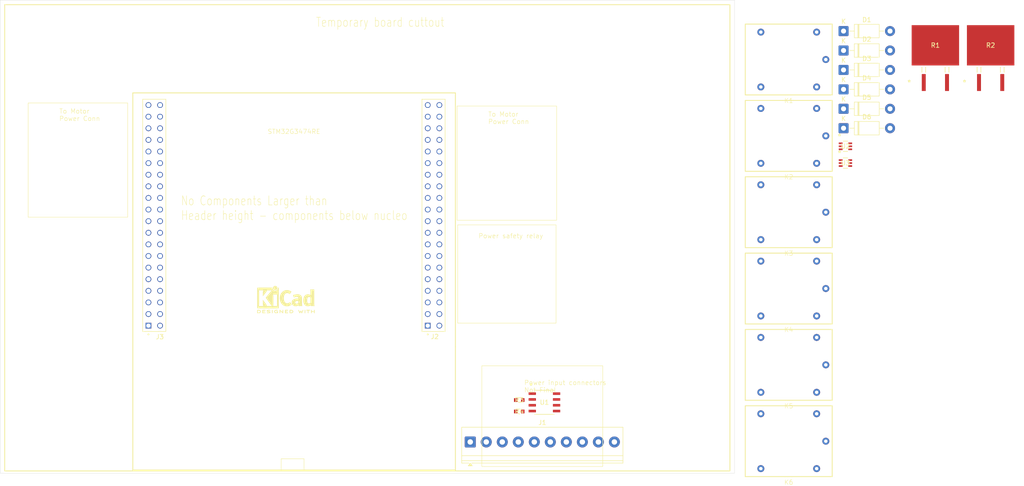
<source format=kicad_pcb>
(kicad_pcb (version 20241229) (generator "pcbnew") (generator_version "9.0")
  (layers (0 "F.Cu" signal) (4 "In1.Cu" power) (6 "In2.Cu" power) (8 "In3.Cu" power) (10 "In4.Cu" power) (2 "B.Cu" signal) (13 "F.Paste" user) (15 "B.Paste" user) (5 "F.SilkS" user "F.Silkscreen") (7 "B.SilkS" user "B.Silkscreen") (1 "F.Mask" user) (3 "B.Mask" user) (25 "Edge.Cuts" user))
  (net 0 "")
  (net 1 "GND")
  (net 2 "+5V")
  (net 3 "/PA0")
  (net 4 "/PF0")
  (net 7 "/PB8")
  (net 8 "/PA13")
  (net 10 "/PC0")
  (net 12 "/PC12")
  (net 13 "/Vin")
  (net 14 "/IOREF")
  (net 15 "/PC14")
  (net 16 "/PB7")
  (net 17 "/VDD")
  (net 18 "/PA4")
  (net 19 "/PB0")
  (net 20 "/PC2")
  (net 21 "/PD2")
  (net 22 "/PC1")
  (net 23 "/E5V")
  (net 24 "/PC3")
  (net 25 "/PF1")
  (net 26 "/PA1")
  (net 27 "+3.3V")
  (net 28 "/PC13")
  (net 29 "/PA15")
  (net 30 "/PC11")
  (net 31 "/PA14")
  (net 32 "/PC15")
  (net 33 "/PC10")
  (net 34 "+BATT")
  (net 40 "/PB10")
  (net 41 "/PA11")
  (net 42 "/PA8")
  (net 43 "/PA12")
  (net 44 "/PA10")
  (net 45 "/PA6")
  (net 46 "/PB15")
  (net 47 "/PA9")
  (net 48 "/PC7")
  (net 49 "/PB6")
  (net 50 "/AGND")
  (net 51 "/PB12")
  (net 52 "/PC5")
  (net 53 "/PB11")
  (net 54 "/PB9")
  (net 55 "/PA5")
  (net 56 "/PC9")
  (net 57 "/VREFP")
  (net 58 "/5V_USB_CHGR")
  (net 59 "/PC8")
  (net 60 "/PB13")
  (net 61 "/PC4")
  (net 62 "/PB1")
  (net 63 "/PB2")
  (net 64 "/PB3")
  (net 65 "/PA7")
  (net 66 "/PB5")
  (net 67 "/PC6")
  (net 68 "/PB4")
  (net 69 "/PB14")
  (net 70 "/Placeholder3")
  (net 71 "/Placeholder1")
  (net 72 "/Placeholder2")
  (net 73 "+12V")
  (net 74 "/Placeholder4")
  (net 75 "+48V")
  (net 79 "Net-(R1-Pad1)")
  (net 80 "Net-(R2-Pad1)")
  (net 81 "/S5_Motor1")
  (net 82 "/S5_Motor2")
  (net 83 "/ActuatorCTRL/K1Ctrl")
  (net 84 "/ActuatorCTRL/K2Ctrl")
  (net 85 "/ActuatorCTRL/K34Ctrl")
  (net 86 "/ActuatorCTRL/K56Ctrl")
  (net 87 "/ActuatorCTRL/Actuator1_Power")
  (net 90 "/ActuatorCTRL/Actuator2_Power")
  (net 91 "/ActuatorCTRL/Actuator1Pos")
  (net 92 "/ActuatorCTRL/Actuator1Neg")
  (net 93 "/ActuatorCTRL/Actuator2Pos")
  (net 94 "/ActuatorCTRL/Actuator2Neg")
  (net 95 "/ActuatorCTRL/GPIO1")
  (net 96 "/ActuatorCTRL/GPIO2")
  (net 97 "/ActuatorCTRL/GPIO3")
  (net 98 "/ActuatorCTRL/GPIO4")
  (footprint "Diode_THT:D_DO-41_SOD81_P10.16mm_Horizontal" (layer "F.Cu") (at 238.875 82.775)
    (property "Reference" "D5" (at 5.08 -2.47 0) (layer "F.SilkS"))
    (property "Value" "1N4001")
    (fp_text user "K" (at 0 -2.1 0) (layer "F.SilkS"))
    (pad "1" thru_hole roundrect (at 0 0) (size 2.2 2.2) (drill 1.1) (layers "*.Cu" "*.Mask") (roundrect_rratio 0.113636) (net 73 "+12V"))
    (pad "2" thru_hole circle (at 10.16 0) (size 2.2 2.2) (drill 1.1) (layers "*.Cu" "*.Mask") (net 86 "/ActuatorCTRL/K56Ctrl"))
  )
  (footprint "Custom:RES_TDH50_OHM" (layer "F.Cu") (at 258.9472 68.8871)
    (property "Reference" "R1" (at 0 0 0) (layer "F.SilkS"))
    (property "Value" "TDH50H1R00FE-TR")
    (fp_text user "*" (at -5.715 8.1407 0) (layer "F.SilkS"))
    (fp_text user "*" (at -5.715 8.1407 0) (layer "F.SilkS"))
    (pad "1" smd rect (at -2.54 8.1407) (size 0.8636 3.7084) (layers "F.Cu" "F.Mask" "F.Paste") (net 79 "Net-(R1-Pad1)"))
    (pad "2" smd rect (at 2.54 8.1407) (size 0.8636 3.7084) (layers "F.Cu" "F.Mask" "F.Paste") (net 75 "+48V"))
    (pad "3" smd rect (at 0 0) (size 10.3632 8.8138) (layers "F.Cu" "F.Mask" "F.Paste"))
  )
  (footprint "J1071CS12VDC.36:J1071CS12VDC.36" (layer "F.Cu") (at 226.9 155.5)
    (property "Reference" "K6" (at 0 9 0) (layer "F.SilkS") (effects (font (thickness 0.1))))
    (property "Value" "~")
    (pad "1" thru_hole circle (at -6.1 -6) (size 1.524 1.524) (drill 0.762) (layers "*.Cu" "*.Mask") (net 90 "/ActuatorCTRL/Actuator2_Power"))
    (pad "2" thru_hole circle (at 6.1 -6) (size 1.524 1.524) (drill 0.762) (layers "*.Cu" "*.Mask") (net 73 "+12V"))
    (pad "3" thru_hole circle (at -6.1 6) (size 1.524 1.524) (drill 0.762) (layers "*.Cu" "*.Mask") (net 1 "GND"))
    (pad "4" thru_hole circle (at 8.1 0) (size 1.524 1.524) (drill 0.762) (layers "*.Cu" "*.Mask") (net 94 "/ActuatorCTRL/Actuator2Neg"))
    (pad "5" thru_hole circle (at 6.1 6) (size 1.524 1.524) (drill 0.762) (layers "*.Cu" "*.Mask") (net 86 "/ActuatorCTRL/K56Ctrl"))
  )
  (footprint "Diode_THT:D_DO-41_SOD81_P10.16mm_Horizontal" (layer "F.Cu") (at 238.875 70.025)
    (property "Reference" "D2" (at 5.08 -2.47 0) (layer "F.SilkS"))
    (property "Value" "1N4001")
    (fp_text user "K" (at 0 -2.1 0) (layer "F.SilkS"))
    (pad "1" thru_hole roundrect (at 0 0) (size 2.2 2.2) (drill 1.1) (layers "*.Cu" "*.Mask") (roundrect_rratio 0.113636) (net 73 "+12V"))
    (pad "2" thru_hole circle (at 10.16 0) (size 2.2 2.2) (drill 1.1) (layers "*.Cu" "*.Mask") (net 84 "/ActuatorCTRL/K2Ctrl"))
  )
  (footprint "Diode_THT:D_DO-41_SOD81_P10.16mm_Horizontal" (layer "F.Cu") (at 238.875 87.025)
    (property "Reference" "D6" (at 5.08 -2.47 0) (layer "F.SilkS"))
    (property "Value" "1N4001")
    (fp_text user "K" (at 0 -2.1 0) (layer "F.SilkS"))
    (pad "1" thru_hole roundrect (at 0 0) (size 2.2 2.2) (drill 1.1) (layers "*.Cu" "*.Mask") (roundrect_rratio 0.113636) (net 73 "+12V"))
    (pad "2" thru_hole circle (at 10.16 0) (size 2.2 2.2) (drill 1.1) (layers "*.Cu" "*.Mask") (net 86 "/ActuatorCTRL/K56Ctrl"))
  )
  (footprint "Custom:RES_TDH50_OHM" (layer "F.Cu") (at 271.0216 68.8871)
    (property "Reference" "R2" (at 0 0 0) (layer "F.SilkS"))
    (property "Value" "TDH50H1R00FE-TR")
    (fp_text user "*" (at -5.715 8.1407 0) (layer "F.SilkS"))
    (fp_text user "*" (at -5.715 8.1407 0) (layer "F.SilkS"))
    (pad "1" smd rect (at -2.54 8.1407) (size 0.8636 3.7084) (layers "F.Cu" "F.Mask" "F.Paste") (net 80 "Net-(R2-Pad1)"))
    (pad "2" smd rect (at 2.54 8.1407) (size 0.8636 3.7084) (layers "F.Cu" "F.Mask" "F.Paste") (net 75 "+48V"))
    (pad "3" smd rect (at 0 0) (size 10.3632 8.8138) (layers "F.Cu" "F.Mask" "F.Paste"))
  )
  (footprint "Custom:SOT-363   US6_TOS" (layer "F.Cu") (at 239.2907 94.6505)
    (property "Reference" "U3" (at 0 0 0) (layer "F.SilkS"))
    (property "Value" "SSM6N7002KFU_LF")
    (fp_text user "*" (at -1.2954 -2.1486 0) (layer "F.SilkS"))
    (fp_text user "*" (at -1.2954 -2.1486 0) (layer "F.SilkS"))
    (pad "1" smd rect (at -1.0414 -0.649999) (size 0.8382 0.3556) (layers "F.Cu" "F.Mask" "F.Paste") (net 1 "GND"))
    (pad "2" smd rect (at -1.0414 0) (size 0.8382 0.3556) (layers "F.Cu" "F.Mask" "F.Paste") (net 97 "/ActuatorCTRL/GPIO3"))
    (pad "3" smd rect (at -1.0414 0.649999) (size 0.8382 0.3556) (layers "F.Cu" "F.Mask" "F.Paste") (net 86 "/ActuatorCTRL/K56Ctrl"))
    (pad "4" smd rect (at 1.0414 0.649999) (size 0.8382 0.3556) (layers "F.Cu" "F.Mask" "F.Paste") (net 1 "GND"))
    (pad "5" smd rect (at 1.0414 0) (size 0.8382 0.3556) (layers "F.Cu" "F.Mask" "F.Paste") (net 98 "/ActuatorCTRL/GPIO4"))
    (pad "6" smd rect (at 1.0414 -0.649999) (size 0.8382 0.3556) (layers "F.Cu" "F.Mask" "F.Paste") (net 85 "/ActuatorCTRL/K34Ctrl"))
  )
  (footprint "J1071CS12VDC.36:J1071CS12VDC.36" (layer "F.Cu") (at 226.9 88.7)
    (property "Reference" "K2" (at 0 9 0) (layer "F.SilkS") (effects (font (thickness 0.1))))
    (property "Value" "~")
    (pad "1" thru_hole circle (at -6.1 -6) (size 1.524 1.524) (drill 0.762) (layers "*.Cu" "*.Mask") (net 73 "+12V"))
    (pad "2" thru_hole circle (at 6.1 -6) (size 1.524 1.524) (drill 0.762) (layers "*.Cu" "*.Mask") (net 73 "+12V"))
    (pad "3" thru_hole circle (at -6.1 6) (size 1.524 1.524) (drill 0.762) (layers "*.Cu" "*.Mask"))
    (pad "4" thru_hole circle (at 8.1 0) (size 1.524 1.524) (drill 0.762) (layers "*.Cu" "*.Mask") (net 90 "/ActuatorCTRL/Actuator2_Power"))
    (pad "5" thru_hole circle (at 6.1 6) (size 1.524 1.524) (drill 0.762) (layers "*.Cu" "*.Mask") (net 84 "/ActuatorCTRL/K2Ctrl"))
  )
  (footprint "Custom:RC0603N_YAG" (layer "F.Cu") (at 168 149)
    (property "Reference" "R4" (at 0 0 0) (layer "F.SilkS"))
    (property "Value" "RC0603FR-0710KL")
    (pad "1" smd rect (at -0.7747 0) (size 0.762 0.8128) (layers "F.Cu" "F.Mask" "F.Paste") (net 1 "GND"))
    (pad "2" smd rect (at 0.7747 0) (size 0.762 0.8128) (layers "F.Cu" "F.Mask" "F.Paste") (net 82 "/S5_Motor2"))
  )
  (footprint "J1071CS12VDC.36:J1071CS12VDC.36" (layer "F.Cu") (at 226.9 72)
    (property "Reference" "K1" (at 0 9 0) (layer "F.SilkS") (effects (font (thickness 0.1))))
    (property "Value" "~")
    (pad "1" thru_hole circle (at -6.1 -6) (size 1.524 1.524) (drill 0.762) (layers "*.Cu" "*.Mask") (net 73 "+12V"))
    (pad "2" thru_hole circle (at 6.1 -6) (size 1.524 1.524) (drill 0.762) (layers "*.Cu" "*.Mask") (net 73 "+12V"))
    (pad "3" thru_hole circle (at -6.1 6) (size 1.524 1.524) (drill 0.762) (layers "*.Cu" "*.Mask"))
    (pad "4" thru_hole circle (at 8.1 0) (size 1.524 1.524) (drill 0.762) (layers "*.Cu" "*.Mask") (net 87 "/ActuatorCTRL/Actuator1_Power"))
    (pad "5" thru_hole circle (at 6.1 6) (size 1.524 1.524) (drill 0.762) (layers "*.Cu" "*.Mask") (net 83 "/ActuatorCTRL/K1Ctrl"))
  )
  (footprint "Custom:TE_2-215307-0" (layer "F.Cu") (at 86.96 130.22 90)
    (property "Reference" "J3" (at -2.46 2.5 0) (layer "F.SilkS"))
    (property "Value" "PPTC202LFBN-RC")
    (pad "1" thru_hole rect (at 0 0 90) (size 1.25 1.25) (drill 0.9) (layers "*.Cu" "*.Mask") (net 59 "/PC8"))
    (pad "2" thru_hole circle (at 0 2.54 90) (size 1.25 1.25) (drill 0.9) (layers "*.Cu" "*.Mask") (net 56 "/PC9"))
    (pad "3" thru_hole circle (at 2.54 0 90) (size 1.25 1.25) (drill 0.9) (layers "*.Cu" "*.Mask") (net 67 "/PC6"))
    (pad "4" thru_hole circle (at 2.54 2.54 90) (size 1.25 1.25) (drill 0.9) (layers "*.Cu" "*.Mask") (net 7 "/PB8"))
    (pad "5" thru_hole circle (at 5.08 0 90) (size 1.25 1.25) (drill 0.9) (layers "*.Cu" "*.Mask") (net 52 "/PC5"))
    (pad "6" thru_hole circle (at 5.08 2.54 90) (size 1.25 1.25) (drill 0.9) (layers "*.Cu" "*.Mask") (net 54 "/PB9"))
    (pad "7" thru_hole circle (at 7.62 0 90) (size 1.25 1.25) (drill 0.9) (layers "*.Cu" "*.Mask") (net 58 "/5V_USB_CHGR"))
    (pad "8" thru_hole circle (at 7.62 2.54 90) (size 1.25 1.25) (drill 0.9) (layers "*.Cu" "*.Mask") (net 57 "/VREFP"))
    (pad "9" thru_hole circle (at 10.16 0 90) (size 1.25 1.25) (drill 0.9) (layers "*.Cu" "*.Mask"))
    (pad "10" thru_hole circle (at 10.16 2.54 90) (size 1.25 1.25) (drill 0.9) (layers "*.Cu" "*.Mask") (net 1 "GND"))
    (pad "11" thru_hole circle (at 12.7 0 90) (size 1.25 1.25) (drill 0.9) (layers "*.Cu" "*.Mask") (net 43 "/PA12"))
    (pad "12" thru_hole circle (at 12.7 2.54 90) (size 1.25 1.25) (drill 0.9) (layers "*.Cu" "*.Mask") (net 55 "/PA5"))
    (pad "13" thru_hole circle (at 15.24 0 90) (size 1.25 1.25) (drill 0.9) (layers "*.Cu" "*.Mask") (net 41 "/PA11"))
    (pad "14" thru_hole circle (at 15.24 2.54 90) (size 1.25 1.25) (drill 0.9) (layers "*.Cu" "*.Mask") (net 45 "/PA6"))
    (pad "15" thru_hole circle (at 17.78 0 90) (size 1.25 1.25) (drill 0.9) (layers "*.Cu" "*.Mask") (net 51 "/PB12"))
    (pad "16" thru_hole circle (at 17.78 2.54 90) (size 1.25 1.25) (drill 0.9) (layers "*.Cu" "*.Mask") (net 65 "/PA7"))
    (pad "17" thru_hole circle (at 20.32 0 90) (size 1.25 1.25) (drill 0.9) (layers "*.Cu" "*.Mask") (net 53 "/PB11"))
    (pad "18" thru_hole circle (at 20.32 2.54 90) (size 1.25 1.25) (drill 0.9) (layers "*.Cu" "*.Mask") (net 49 "/PB6"))
    (pad "19" thru_hole circle (at 22.86 0 90) (size 1.25 1.25) (drill 0.9) (layers "*.Cu" "*.Mask") (net 1 "GND"))
    (pad "20" thru_hole circle (at 22.86 2.54 90) (size 1.25 1.25) (drill 0.9) (layers "*.Cu" "*.Mask") (net 48 "/PC7"))
    (pad "21" thru_hole circle (at 25.4 0 90) (size 1.25 1.25) (drill 0.9) (layers "*.Cu" "*.Mask") (net 63 "/PB2"))
    (pad "22" thru_hole circle (at 25.4 2.54 90) (size 1.25 1.25) (drill 0.9) (layers "*.Cu" "*.Mask") (net 47 "/PA9"))
    (pad "23" thru_hole circle (at 27.94 0 90) (size 1.25 1.25) (drill 0.9) (layers "*.Cu" "*.Mask") (net 62 "/PB1"))
    (pad "24" thru_hole circle (at 27.94 2.54 90) (size 1.25 1.25) (drill 0.9) (layers "*.Cu" "*.Mask") (net 42 "/PA8"))
    (pad "25" thru_hole circle (at 30.48 0 90) (size 1.25 1.25) (drill 0.9) (layers "*.Cu" "*.Mask") (net 46 "/PB15"))
    (pad "26" thru_hole circle (at 30.48 2.54 90) (size 1.25 1.25) (drill 0.9) (layers "*.Cu" "*.Mask") (net 40 "/PB10"))
    (pad "27" thru_hole circle (at 33.02 0 90) (size 1.25 1.25) (drill 0.9) (layers "*.Cu" "*.Mask") (net 69 "/PB14"))
    (pad "28" thru_hole circle (at 33.02 2.54 90) (size 1.25 1.25) (drill 0.9) (layers "*.Cu" "*.Mask") (net 68 "/PB4"))
    (pad "29" thru_hole circle (at 35.56 0 90) (size 1.25 1.25) (drill 0.9) (layers "*.Cu" "*.Mask") (net 60 "/PB13"))
    (pad "30" thru_hole circle (at 35.56 2.54 90) (size 1.25 1.25) (drill 0.9) (layers "*.Cu" "*.Mask") (net 66 "/PB5"))
    (pad "31" thru_hole circle (at 38.1 0 90) (size 1.25 1.25) (drill 0.9) (layers "*.Cu" "*.Mask") (net 50 "/AGND"))
    (pad "32" thru_hole circle (at 38.1 2.54 90) (size 1.25 1.25) (drill 0.9) (layers "*.Cu" "*.Mask") (net 64 "/PB3"))
    (pad "33" thru_hole circle (at 40.64 0 90) (size 1.25 1.25) (drill 0.9) (layers "*.Cu" "*.Mask") (net 61 "/PC4"))
    (pad "34" thru_hole circle (at 40.64 2.54 90) (size 1.25 1.25) (drill 0.9) (layers "*.Cu" "*.Mask") (net 44 "/PA10"))
    (pad "35" thru_hole circle (at 43.18 0 90) (size 1.25 1.25) (drill 0.9) (layers "*.Cu" "*.Mask") (net 61 "/PC4"))
    (pad "36" thru_hole circle (at 43.18 2.54 90) (size 1.25 1.25) (drill 0.9) (layers "*.Cu" "*.Mask"))
    (pad "37" thru_hole circle (at 45.72 0 90) (size 1.25 1.25) (drill 0.9) (layers "*.Cu" "*.Mask") (net 52 "/PC5"))
    (pad "38" thru_hole circle (at 45.72 2.54 90) (size 1.25 1.25) (drill 0.9) (layers "*.Cu" "*.Mask"))
    (pad "39" thru_hole circle (at 48.26 0 90) (size 1.25 1.25) (drill 0.9) (layers "*.Cu" "*.Mask"))
    (pad "40" thru_hole circle (at 48.26 2.54 90) (size 1.25 1.25) (drill 0.9) (layers "*.Cu" "*.Mask"))
  )
  (footprint "TerminalBlock_Phoenix:TerminalBlock_Phoenix_PT-1,5-10-3.5-H_1x10_P3.50mm_Horizontal" (layer "F.Cu") (at 157.29 155.6675)
    (property "Reference" "J1" (at 15.75 -4.22 0) (layer "F.SilkS"))
    (property "Value" "Power input")
    (pad "1" thru_hole roundrect (at 0 0) (size 2.4 2.4) (drill 1.2) (layers "*.Cu" "*.Mask") (roundrect_rratio 0.104167) (net 2 "+5V"))
    (pad "2" thru_hole circle (at 3.5 0) (size 2.4 2.4) (drill 1.2) (layers "*.Cu" "*.Mask") (net 1 "GND"))
    (pad "3" thru_hole circle (at 7 0) (size 2.4 2.4) (drill 1.2) (layers "*.Cu" "*.Mask") (net 73 "+12V"))
    (pad "4" thru_hole circle (at 10.5 0) (size 2.4 2.4) (drill 1.2) (layers "*.Cu" "*.Mask") (net 1 "GND"))
    (pad "5" thru_hole circle (at 14 0) (size 2.4 2.4) (drill 1.2) (layers "*.Cu" "*.Mask") (net 75 "+48V"))
    (pad "6" thru_hole circle (at 17.5 0) (size 2.4 2.4) (drill 1.2) (layers "*.Cu" "*.Mask") (net 1 "GND"))
    (pad "7" thru_hole circle (at 21 0) (size 2.4 2.4) (drill 1.2) (layers "*.Cu" "*.Mask") (net 71 "/Placeholder1"))
    (pad "8" thru_hole circle (at 24.5 0) (size 2.4 2.4) (drill 1.2) (layers "*.Cu" "*.Mask") (net 72 "/Placeholder2"))
    (pad "9" thru_hole circle (at 28 0) (size 2.4 2.4) (drill 1.2) (layers "*.Cu" "*.Mask") (net 70 "/Placeholder3"))
    (pad "10" thru_hole circle (at 31.5 0) (size 2.4 2.4) (drill 1.2) (layers "*.Cu" "*.Mask") (net 74 "/Placeholder4"))
  )
  (footprint "Diode_THT:D_DO-41_SOD81_P10.16mm_Horizontal" (layer "F.Cu") (at 238.875 78.525)
    (property "Reference" "D4" (at 5.08 -2.47 0) (layer "F.SilkS"))
    (property "Value" "1N4001")
    (fp_text user "K" (at 0 -2.1 0) (layer "F.SilkS"))
    (pad "1" thru_hole roundrect (at 0 0) (size 2.2 2.2) (drill 1.1) (layers "*.Cu" "*.Mask") (roundrect_rratio 0.113636) (net 73 "+12V"))
    (pad "2" thru_hole circle (at 10.16 0) (size 2.2 2.2) (drill 1.1) (layers "*.Cu" "*.Mask") (net 85 "/ActuatorCTRL/K34Ctrl"))
  )
  (footprint "Custom:SOT-363   US6_TOS" (layer "F.Cu") (at 239.2907 90.9835)
    (property "Reference" "U2" (at 0 0 0) (layer "F.SilkS"))
    (property "Value" "SSM6N7002KFU_LF")
    (fp_text user "*" (at -1.2954 -2.1486 0) (layer "F.SilkS"))
    (fp_text user "*" (at -1.2954 -2.1486 0) (layer "F.SilkS"))
    (pad "1" smd rect (at -1.0414 -0.649999) (size 0.8382 0.3556) (layers "F.Cu" "F.Mask" "F.Paste") (net 1 "GND"))
    (pad "2" smd rect (at -1.0414 0) (size 0.8382 0.3556) (layers "F.Cu" "F.Mask" "F.Paste") (net 95 "/ActuatorCTRL/GPIO1"))
    (pad "3" smd rect (at -1.0414 0.649999) (size 0.8382 0.3556) (layers "F.Cu" "F.Mask" "F.Paste") (net 84 "/ActuatorCTRL/K2Ctrl"))
    (pad "4" smd rect (at 1.0414 0.649999) (size 0.8382 0.3556) (layers "F.Cu" "F.Mask" "F.Paste") (net 1 "GND"))
    (pad "5" smd rect (at 1.0414 0) (size 0.8382 0.3556) (layers "F.Cu" "F.Mask" "F.Paste") (net 96 "/ActuatorCTRL/GPIO2"))
    (pad "6" smd rect (at 1.0414 -0.649999) (size 0.8382 0.3556) (layers "F.Cu" "F.Mask" "F.Paste") (net 83 "/ActuatorCTRL/K1Ctrl"))
  )
  (footprint "Custom:TE_2-215307-0" (layer "F.Cu") (at 148 130.22 90)
    (property "Reference" "J2" (at -2.42 1.54 0) (layer "F.SilkS"))
    (property "Value" "PPTC202LFBN-RC")
    (pad "1" thru_hole rect (at 0 0 90) (size 1.25 1.25) (drill 0.9) (layers "*.Cu" "*.Mask") (net 30 "/PC11"))
    (pad "2" thru_hole circle (at 0 2.54 90) (size 1.25 1.25) (drill 0.9) (layers "*.Cu" "*.Mask") (net 33 "/PC10"))
    (pad "3" thru_hole circle (at 2.54 0 90) (size 1.25 1.25) (drill 0.9) (layers "*.Cu" "*.Mask") (net 21 "/PD2"))
    (pad "4" thru_hole circle (at 2.54 2.54 90) (size 1.25 1.25) (drill 0.9) (layers "*.Cu" "*.Mask") (net 12 "/PC12"))
    (pad "5" thru_hole circle (at 5.08 0 90) (size 1.25 1.25) (drill 0.9) (layers "*.Cu" "*.Mask") (net 23 "/E5V"))
    (pad "6" thru_hole circle (at 5.08 2.54 90) (size 1.25 1.25) (drill 0.9) (layers "*.Cu" "*.Mask") (net 17 "/VDD"))
    (pad "7" thru_hole circle (at 7.62 0 90) (size 1.25 1.25) (drill 0.9) (layers "*.Cu" "*.Mask") (net 1 "GND"))
    (pad "8" thru_hole circle (at 7.62 2.54 90) (size 1.25 1.25) (drill 0.9) (layers "*.Cu" "*.Mask") (net 7 "/PB8"))
    (pad "9" thru_hole circle (at 10.16 0 90) (size 1.25 1.25) (drill 0.9) (layers "*.Cu" "*.Mask"))
    (pad "10" thru_hole circle (at 10.16 2.54 90) (size 1.25 1.25) (drill 0.9) (layers "*.Cu" "*.Mask"))
    (pad "11" thru_hole circle (at 12.7 0 90) (size 1.25 1.25) (drill 0.9) (layers "*.Cu" "*.Mask") (net 14 "/IOREF"))
    (pad "12" thru_hole circle (at 12.7 2.54 90) (size 1.25 1.25) (drill 0.9) (layers "*.Cu" "*.Mask"))
    (pad "13" thru_hole circle (at 15.24 0 90) (size 1.25 1.25) (drill 0.9) (layers "*.Cu" "*.Mask"))
    (pad "14" thru_hole circle (at 15.24 2.54 90) (size 1.25 1.25) (drill 0.9) (layers "*.Cu" "*.Mask") (net 8 "/PA13"))
    (pad "15" thru_hole circle (at 17.78 0 90) (size 1.25 1.25) (drill 0.9) (layers "*.Cu" "*.Mask") (net 27 "+3.3V"))
    (pad "16" thru_hole circle (at 17.78 2.54 90) (size 1.25 1.25) (drill 0.9) (layers "*.Cu" "*.Mask") (net 31 "/PA14"))
    (pad "17" thru_hole circle (at 20.32 0 90) (size 1.25 1.25) (drill 0.9) (layers "*.Cu" "*.Mask") (net 2 "+5V"))
    (pad "18" thru_hole circle (at 20.32 2.54 90) (size 1.25 1.25) (drill 0.9) (layers "*.Cu" "*.Mask") (net 29 "/PA15"))
    (pad "19" thru_hole circle (at 22.86 0 90) (size 1.25 1.25) (drill 0.9) (layers "*.Cu" "*.Mask") (net 1 "GND"))
    (pad "20" thru_hole circle (at 22.86 2.54 90) (size 1.25 1.25) (drill 0.9) (layers "*.Cu" "*.Mask") (net 1 "GND"))
    (pad "21" thru_hole circle (at 25.4 0 90) (size 1.25 1.25) (drill 0.9) (layers "*.Cu" "*.Mask") (net 1 "GND"))
    (pad "22" thru_hole circle (at 25.4 2.54 90) (size 1.25 1.25) (drill 0.9) (layers "*.Cu" "*.Mask") (net 16 "/PB7"))
    (pad "23" thru_hole circle (at 27.94 0 90) (size 1.25 1.25) (drill 0.9) (layers "*.Cu" "*.Mask") (net 13 "/Vin"))
    (pad "24" thru_hole circle (at 27.94 2.54 90) (size 1.25 1.25) (drill 0.9) (layers "*.Cu" "*.Mask") (net 28 "/PC13"))
    (pad "25" thru_hole circle (at 30.48 0 90) (size 1.25 1.25) (drill 0.9) (layers "*.Cu" "*.Mask"))
    (pad "26" thru_hole circle (at 30.48 2.54 90) (size 1.25 1.25) (drill 0.9) (layers "*.Cu" "*.Mask") (net 15 "/PC14"))
    (pad "27" thru_hole circle (at 33.02 0 90) (size 1.25 1.25) (drill 0.9) (layers "*.Cu" "*.Mask") (net 3 "/PA0"))
    (pad "28" thru_hole circle (at 33.02 2.54 90) (size 1.25 1.25) (drill 0.9) (layers "*.Cu" "*.Mask") (net 32 "/PC15"))
    (pad "29" thru_hole circle (at 35.56 0 90) (size 1.25 1.25) (drill 0.9) (layers "*.Cu" "*.Mask") (net 26 "/PA1"))
    (pad "30" thru_hole circle (at 35.56 2.54 90) (size 1.25 1.25) (drill 0.9) (layers "*.Cu" "*.Mask") (net 4 "/PF0"))
    (pad "31" thru_hole circle (at 38.1 0 90) (size 1.25 1.25) (drill 0.9) (layers "*.Cu" "*.Mask") (net 18 "/PA4"))
    (pad "32" thru_hole circle (at 38.1 2.54 90) (size 1.25 1.25) (drill 0.9) (layers "*.Cu" "*.Mask") (net 25 "/PF1"))
    (pad "33" thru_hole circle (at 40.64 0 90) (size 1.25 1.25) (drill 0.9) (layers "*.Cu" "*.Mask") (net 19 "/PB0"))
    (pad "34" thru_hole circle (at 40.64 2.54 90) (size 1.25 1.25) (drill 0.9) (layers "*.Cu" "*.Mask") (net 34 "+BATT"))
    (pad "35" thru_hole circle (at 43.18 0 90) (size 1.25 1.25) (drill 0.9) (layers "*.Cu" "*.Mask") (net 22 "/PC1"))
    (pad "36" thru_hole circle (at 43.18 2.54 90) (size 1.25 1.25) (drill 0.9) (layers "*.Cu" "*.Mask") (net 20 "/PC2"))
    (pad "37" thru_hole circle (at 45.72 0 90) (size 1.25 1.25) (drill 0.9) (layers "*.Cu" "*.Mask") (net 10 "/PC0"))
    (pad "38" thru_hole circle (at 45.72 2.54 90) (size 1.25 1.25) (drill 0.9) (layers "*.Cu" "*.Mask") (net 24 "/PC3"))
    (pad "39" thru_hole circle (at 48.26 0 90) (size 1.25 1.25) (drill 0.9) (layers "*.Cu" "*.Mask"))
    (pad "40" thru_hole circle (at 48.26 2.54 90) (size 1.25 1.25) (drill 0.9) (layers "*.Cu" "*.Mask"))
  )
  (footprint "Symbol:KiCad-Logo2_5mm_SilkScreen" (layer "F.Cu") (at 117 124.5)
    (property "Reference" "REF**" (hide yes))
    (property "Value" "KiCad-Logo2_5mm_SilkScreen" (hide yes))
  )
  (footprint "J1071CS12VDC.36:J1071CS12VDC.36" (layer "F.Cu") (at 226.9 122.1)
    (property "Reference" "K4" (at 0 9 0) (layer "F.SilkS") (effects (font (thickness 0.1))))
    (property "Value" "~")
    (pad "1" thru_hole circle (at -6.1 -6) (size 1.524 1.524) (drill 0.762) (layers "*.Cu" "*.Mask") (net 87 "/ActuatorCTRL/Actuator1_Power"))
    (pad "2" thru_hole circle (at 6.1 -6) (size 1.524 1.524) (drill 0.762) (layers "*.Cu" "*.Mask") (net 73 "+12V"))
    (pad "3" thru_hole circle (at -6.1 6) (size 1.524 1.524) (drill 0.762) (layers "*.Cu" "*.Mask") (net 1 "GND"))
    (pad "4" thru_hole circle (at 8.1 0) (size 1.524 1.524) (drill 0.762) (layers "*.Cu" "*.Mask") (net 92 "/ActuatorCTRL/Actuator1Neg"))
    (pad "5" thru_hole circle (at 6.1 6) (size 1.524 1.524) (drill 0.762) (layers "*.Cu" "*.Mask") (net 85 "/ActuatorCTRL/K34Ctrl"))
  )
  (footprint "Custom:SOIC8_4X5_ONS" (layer "F.Cu") (at 173.5 147)
    (property "Reference" "U1" (at 0 0 0) (layer "F.SilkS"))
    (property "Value" "FDS9945")
    (fp_text user "*" (at -2.9083 -3.6068 0) (layer "F.SilkS"))
    (fp_text user "*" (at -2.9083 -3.6068 0) (layer "F.SilkS"))
    (pad "1" smd rect (at -2.6543 -1.905) (size 1.6002 0.5588) (layers "F.Cu" "F.Mask" "F.Paste") (net 1 "GND"))
    (pad "2" smd rect (at -2.6543 -0.635) (size 1.6002 0.5588) (layers "F.Cu" "F.Mask" "F.Paste") (net 81 "/S5_Motor1"))
    (pad "3" smd rect (at -2.6543 0.635) (size 1.6002 0.5588) (layers "F.Cu" "F.Mask" "F.Paste") (net 1 "GND"))
    (pad "4" smd rect (at -2.6543 1.905) (size 1.6002 0.5588) (layers "F.Cu" "F.Mask" "F.Paste") (net 82 "/S5_Motor2"))
    (pad "5" smd rect (at 2.6543 1.905) (size 1.6002 0.5588) (layers "F.Cu" "F.Mask" "F.Paste") (net 80 "Net-(R2-Pad1)"))
    (pad "6" smd rect (at 2.6543 0.635) (size 1.6002 0.5588) (layers "F.Cu" "F.Mask" "F.Paste") (net 80 "Net-(R2-Pad1)"))
    (pad "7" smd rect (at 2.6543 -0.635) (size 1.6002 0.5588) (layers "F.Cu" "F.Mask" "F.Paste") (net 79 "Net-(R1-Pad1)"))
    (pad "8" smd rect (at 2.6543 -1.905) (size 1.6002 0.5588) (layers "F.Cu" "F.Mask" "F.Paste") (net 79 "Net-(R1-Pad1)"))
  )
  (footprint "J1071CS12VDC.36:J1071CS12VDC.36" (layer "F.Cu") (at 226.9 138.8)
    (property "Reference" "K5" (at 0 9 0) (layer "F.SilkS") (effects (font (thickness 0.1))))
    (property "Value" "~")
    (pad "1" thru_hole circle (at -6.1 -6) (size 1.524 1.524) (drill 0.762) (layers "*.Cu" "*.Mask") (net 1 "GND"))
    (pad "2" thru_hole circle (at 6.1 -6) (size 1.524 1.524) (drill 0.762) (layers "*.Cu" "*.Mask") (net 73 "+12V"))
    (pad "3" thru_hole circle (at -6.1 6) (size 1.524 1.524) (drill 0.762) (layers "*.Cu" "*.Mask") (net 90 "/ActuatorCTRL/Actuator2_Power"))
    (pad "4" thru_hole circle (at 8.1 0) (size 1.524 1.524) (drill 0.762) (layers "*.Cu" "*.Mask") (net 93 "/ActuatorCTRL/Actuator2Pos"))
    (pad "5" thru_hole circle (at 6.1 6) (size 1.524 1.524) (drill 0.762) (layers "*.Cu" "*.Mask") (net 86 "/ActuatorCTRL/K56Ctrl"))
  )
  (footprint "J1071CS12VDC.36:J1071CS12VDC.36" (layer "F.Cu") (at 226.9 105.4)
    (property "Reference" "K3" (at 0 9 0) (layer "F.SilkS") (effects (font (thickness 0.1))))
    (property "Value" "~")
    (pad "1" thru_hole circle (at -6.1 -6) (size 1.524 1.524) (drill 0.762) (layers "*.Cu" "*.Mask") (net 1 "GND"))
    (pad "2" thru_hole circle (at 6.1 -6) (size 1.524 1.524) (drill 0.762) (layers "*.Cu" "*.Mask") (net 73 "+12V"))
    (pad "3" thru_hole circle (at -6.1 6) (size 1.524 1.524) (drill 0.762) (layers "*.Cu" "*.Mask") (net 87 "/ActuatorCTRL/Actuator1_Power"))
    (pad "4" thru_hole circle (at 8.1 0) (size 1.524 1.524) (drill 0.762) (layers "*.Cu" "*.Mask") (net 91 "/ActuatorCTRL/Actuator1Pos"))
    (pad "5" thru_hole circle (at 6.1 6) (size 1.524 1.524) (drill 0.762) (layers "*.Cu" "*.Mask") (net 85 "/ActuatorCTRL/K34Ctrl"))
  )
  (footprint "Diode_THT:D_DO-41_SOD81_P10.16mm_Horizontal" (layer "F.Cu") (at 238.875 74.275)
    (property "Reference" "D3" (at 5.08 -2.47 0) (layer "F.SilkS"))
    (property "Value" "1N4001")
    (fp_text user "K" (at 0 -2.1 0) (layer "F.SilkS"))
    (pad "1" thru_hole roundrect (at 0 0) (size 2.2 2.2) (drill 1.1) (layers "*.Cu" "*.Mask") (roundrect_rratio 0.113636) (net 73 "+12V"))
    (pad "2" thru_hole circle (at 10.16 0) (size 2.2 2.2) (drill 1.1) (layers "*.Cu" "*.Mask") (net 85 "/ActuatorCTRL/K34Ctrl"))
  )
  (footprint "Custom:RC0603N_YAG" (layer "F.Cu") (at 168 146.5)
    (property "Reference" "R3" (at 0 0 0) (layer "F.SilkS"))
    (property "Value" "RC0603FR-0710KL")
    (pad "1" smd rect (at -0.7747 0) (size 0.762 0.8128) (layers "F.Cu" "F.Mask" "F.Paste") (net 1 "GND"))
    (pad "2" smd rect (at 0.7747 0) (size 0.762 0.8128) (layers "F.Cu" "F.Mask" "F.Paste") (net 81 "/S5_Motor1"))
  )
  (footprint "Diode_THT:D_DO-41_SOD81_P10.16mm_Horizontal" (layer "F.Cu") (at 238.875 65.775)
    (property "Reference" "D1" (at 5.08 -2.47 0) (layer "F.SilkS"))
    (property "Value" "1N4001")
    (fp_text user "K" (at 0 -2.1 0) (layer "F.SilkS"))
    (pad "1" thru_hole roundrect (at 0 0) (size 2.2 2.2) (drill 1.1) (layers "*.Cu" "*.Mask") (roundrect_rratio 0.113636) (net 73 "+12V"))
    (pad "2" thru_hole circle (at 10.16 0) (size 2.2 2.2) (drill 1.1) (layers "*.Cu" "*.Mask") (net 83 "/ActuatorCTRL/K1Ctrl"))
  )
  (gr_line (start 154.04 134.8) (end 154.04 79.3) (stroke (width 0.2)) (layer "F.SilkS"))
  (gr_rect (start 60.665 81.5) (end 82.415 106.5) (stroke (width 0.1)) (fill no) (layer "F.SilkS"))
  (gr_rect (start 55.54 60) (end 214.04 162) (stroke (width 0.2)) (fill no) (layer "F.SilkS"))
  (gr_line (start 83.54 161.8) (end 153.54 161.8) (stroke (width 0.2)) (layer "F.SilkS"))
  (gr_line (start 115.96 159.34) (end 120.96 159.34) (stroke (width 0.1)) (layer "F.SilkS"))
  (gr_rect (start 159.83 139) (end 186.25 161.04) (stroke (width 0.1)) (fill no) (layer "F.SilkS"))
  (gr_line (start 115.96 161.8) (end 115.96 159.34) (stroke (width 0.1)) (layer "F.SilkS"))
  (gr_line (start 153.54 161.8) (end 154.04 161.8) (stroke (width 0.2)) (layer "F.SilkS"))
  (gr_rect (start 154.415 82.1675) (end 176.165 107.1675) (stroke (width 0.1)) (fill no) (layer "F.SilkS"))
  (gr_line (start 154.04 134.8) (end 154.04 161.8) (stroke (width 0.2)) (layer "F.SilkS"))
  (gr_line (start 83.54 79.3) (end 83.54 161.8) (stroke (width 0.2)) (layer "F.SilkS"))
  (gr_line (start 154.04 79.3) (end 83.54 79.3) (stroke (width 0.2)) (layer "F.SilkS"))
  (gr_line (start 120.96 159.34) (end 120.96 161.84) (stroke (width 0.1)) (layer "F.SilkS"))
  (gr_rect (start 154.54 108.1675) (end 176.04 129.6675) (stroke (width 0.1)) (fill no) (layer "F.SilkS"))
  (gr_rect (start 54.54 59) (end 215.04 162.5) (stroke (width 0.05)) (fill no) (layer "Edge.Cuts"))
  (gr_text "Power safety relay\n" (at 159.04 111.1675 0) (layer "F.SilkS") (effects (font (size 1 1) (thickness 0.1)) (justify left bottom)))
  (gr_text "Power input connectors\nNot Final\n\n" (at 169.04 146.5 0) (layer "F.SilkS") (effects (font (size 1 1) (thickness 0.1)) (justify left bottom)))
  (gr_text "To Motor\nPower Conn\n" (at 67.415 85.5 0) (layer "F.SilkS") (effects (font (size 1 1) (thickness 0.1)) (justify left bottom)))
  (gr_text "No Components Larger than\nHeader height - components below nucleo\n\n" (at 94 110.5 0) (layer "F.SilkS") (effects (font (size 2 1.5) (thickness 0.1)) (justify left bottom)))
  (gr_text "Temporary board cuttout\n" (at 123.5 65 0) (layer "F.SilkS") (effects (font (size 2 1.5) (thickness 0.1)) (justify left bottom)))
  (gr_text "To Motor\nPower Conn\n" (at 161.165 86.1675 0) (layer "F.SilkS") (effects (font (size 1 1) (thickness 0.1)) (justify left bottom)))
  (gr_text "STM32G3474RE\n" (at 112.96 88.34 0) (layer "F.SilkS") (effects (font (size 1 1) (thickness 0.1)) (justify left bottom)))
)
</source>
